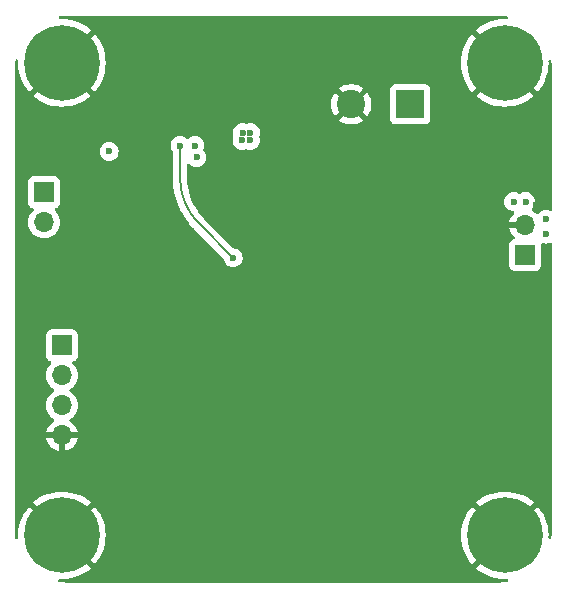
<source format=gbr>
%TF.GenerationSoftware,KiCad,Pcbnew,8.0.5*%
%TF.CreationDate,2024-09-18T15:37:43+10:00*%
%TF.ProjectId,mppt-board,6d707074-2d62-46f6-9172-642e6b696361,rev?*%
%TF.SameCoordinates,Original*%
%TF.FileFunction,Copper,L6,Bot*%
%TF.FilePolarity,Positive*%
%FSLAX46Y46*%
G04 Gerber Fmt 4.6, Leading zero omitted, Abs format (unit mm)*
G04 Created by KiCad (PCBNEW 8.0.5) date 2024-09-18 15:37:43*
%MOMM*%
%LPD*%
G01*
G04 APERTURE LIST*
%TA.AperFunction,ComponentPad*%
%ADD10C,6.400000*%
%TD*%
%TA.AperFunction,ComponentPad*%
%ADD11R,2.400000X2.400000*%
%TD*%
%TA.AperFunction,ComponentPad*%
%ADD12C,2.400000*%
%TD*%
%TA.AperFunction,ComponentPad*%
%ADD13R,1.700000X1.700000*%
%TD*%
%TA.AperFunction,ComponentPad*%
%ADD14O,1.700000X1.700000*%
%TD*%
%TA.AperFunction,ViaPad*%
%ADD15C,0.600000*%
%TD*%
%TA.AperFunction,Conductor*%
%ADD16C,0.200000*%
%TD*%
G04 APERTURE END LIST*
D10*
%TO.P,H3,1,1*%
%TO.N,GND*%
X66500000Y-94000000D03*
%TD*%
D11*
%TO.P,C2,1*%
%TO.N,Net-(D1-A)*%
X96000000Y-57500000D03*
D12*
%TO.P,C2,2*%
%TO.N,GND*%
X91000000Y-57500000D03*
%TD*%
D10*
%TO.P,H2,1,1*%
%TO.N,GND*%
X104000000Y-54000000D03*
%TD*%
D13*
%TO.P,J2,1,Pin_1*%
%TO.N,VCC*%
X66500000Y-77920000D03*
D14*
%TO.P,J2,2,Pin_2*%
%TO.N,/swclk*%
X66500000Y-80460000D03*
%TO.P,J2,3,Pin_3*%
%TO.N,/swdio*%
X66500000Y-83000000D03*
%TO.P,J2,4,Pin_4*%
%TO.N,GND*%
X66500000Y-85540000D03*
%TD*%
D13*
%TO.P,SC1,1,+*%
%TO.N,VBUS*%
X65000000Y-64960000D03*
D14*
%TO.P,SC1,2,-*%
%TO.N,Net-(SC1--)*%
X65000000Y-67500000D03*
%TD*%
D10*
%TO.P,H1,1,1*%
%TO.N,GND*%
X66500000Y-54000000D03*
%TD*%
D13*
%TO.P,J1,1,Pin_1*%
%TO.N,Net-(D1-A)*%
X105725000Y-70250000D03*
D14*
%TO.P,J1,2,Pin_2*%
%TO.N,GND*%
X105725000Y-67710000D03*
%TD*%
D10*
%TO.P,H4,1,1*%
%TO.N,GND*%
X104000000Y-94000000D03*
%TD*%
D15*
%TO.N,*%
X107500000Y-68500000D03*
X107500000Y-67250000D03*
X104750000Y-65750000D03*
X105750000Y-65750000D03*
%TO.N,GND*%
X106680000Y-60960000D03*
X88900000Y-63500000D03*
X66040000Y-60960000D03*
X98000000Y-93000000D03*
X81280000Y-96520000D03*
X87500000Y-71750000D03*
X91000000Y-55000000D03*
X66750000Y-75000000D03*
X81280000Y-81280000D03*
X106680000Y-88900000D03*
X71500000Y-53000000D03*
X85750000Y-55000000D03*
X99060000Y-91440000D03*
X93000000Y-59500000D03*
X86360000Y-50800000D03*
X81280000Y-76200000D03*
X87250000Y-73250000D03*
X70750000Y-65000000D03*
X101600000Y-88900000D03*
X89000000Y-74500000D03*
X86000000Y-72750000D03*
X106680000Y-66040000D03*
X103000000Y-80500000D03*
X71120000Y-91440000D03*
X88250000Y-57500000D03*
X93250000Y-55250000D03*
X86360000Y-66040000D03*
X66750000Y-74000000D03*
X86360000Y-96520000D03*
X86360000Y-81280000D03*
X93250000Y-57250000D03*
X70500000Y-64000000D03*
X91440000Y-66040000D03*
X67500000Y-75500000D03*
X75000000Y-58500000D03*
X89000000Y-72000000D03*
X76750000Y-72750000D03*
X86360000Y-60960000D03*
X86500000Y-55000000D03*
X97250000Y-83500000D03*
X86360000Y-86360000D03*
X81280000Y-86360000D03*
X83750000Y-64250000D03*
X88750000Y-59750000D03*
X84750000Y-65000000D03*
X74750000Y-56000000D03*
X72500000Y-71000000D03*
X93500000Y-97500000D03*
X97750000Y-80500000D03*
X76750000Y-73750000D03*
X73000000Y-51750000D03*
X101600000Y-50800000D03*
X74750000Y-57250000D03*
X71500000Y-72250000D03*
X71120000Y-55880000D03*
X73250000Y-74500000D03*
X68250000Y-75500000D03*
X88750000Y-55500000D03*
X100250000Y-80500000D03*
X71120000Y-76200000D03*
X77000000Y-59750000D03*
X69000000Y-75500000D03*
X96520000Y-66040000D03*
X74750000Y-59500000D03*
X81280000Y-91440000D03*
X87750000Y-53500000D03*
X75000000Y-97750000D03*
X86500000Y-52000000D03*
X72000000Y-65250000D03*
X84750000Y-66000000D03*
X104140000Y-88900000D03*
X76000000Y-59750000D03*
X103000000Y-75000000D03*
X71120000Y-86360000D03*
X71120000Y-81280000D03*
X96520000Y-50800000D03*
X72500000Y-70000000D03*
X91440000Y-50800000D03*
X86360000Y-91440000D03*
X99060000Y-88900000D03*
X71120000Y-50800000D03*
X86360000Y-76200000D03*
X70500000Y-96750000D03*
X78500000Y-73000000D03*
X99060000Y-96520000D03*
X91250000Y-60000000D03*
X66040000Y-71120000D03*
%TO.N,VCC*%
X81750000Y-60550000D03*
X70500000Y-61500000D03*
X82450000Y-60550000D03*
X81800000Y-59900000D03*
X82450000Y-59900000D03*
%TO.N,/V_{drop}*%
X76500000Y-61000000D03*
X81000000Y-70500000D03*
%TO.N,/swdio*%
X77900000Y-62000000D03*
%TO.N,/swclk*%
X77750000Y-61000000D03*
%TD*%
D16*
%TO.N,/V_{drop}*%
X81000000Y-70500000D02*
X78093792Y-67593792D01*
X76500000Y-63746036D02*
X76500000Y-61000000D01*
X76500000Y-63746036D02*
G75*
G03*
X78093800Y-67593784I5441600J36D01*
G01*
%TD*%
%TA.AperFunction,Conductor*%
%TO.N,GND*%
G36*
X103502702Y-50000617D02*
G01*
X103886771Y-50017386D01*
X103897504Y-50018326D01*
X104191114Y-50056980D01*
X104255009Y-50085247D01*
X104293480Y-50143571D01*
X104294311Y-50213436D01*
X104257239Y-50272659D01*
X104194033Y-50302438D01*
X104168438Y-50303749D01*
X104000002Y-50294922D01*
X103999999Y-50294922D01*
X103612712Y-50315219D01*
X103229676Y-50375886D01*
X103229669Y-50375887D01*
X102855063Y-50476262D01*
X102493005Y-50615244D01*
X102147456Y-50791310D01*
X101822206Y-51002531D01*
X101564648Y-51211095D01*
X101564648Y-51211096D01*
X103059301Y-52705748D01*
X102957670Y-52779588D01*
X102779588Y-52957670D01*
X102705748Y-53059300D01*
X101211096Y-51564648D01*
X101211095Y-51564648D01*
X101002531Y-51822206D01*
X100791310Y-52147456D01*
X100615244Y-52493005D01*
X100476262Y-52855063D01*
X100375887Y-53229669D01*
X100375886Y-53229676D01*
X100315219Y-53612712D01*
X100294922Y-53999999D01*
X100294922Y-54000000D01*
X100315219Y-54387287D01*
X100375886Y-54770323D01*
X100375887Y-54770330D01*
X100476262Y-55144936D01*
X100615244Y-55506994D01*
X100791310Y-55852543D01*
X101002531Y-56177793D01*
X101211095Y-56435350D01*
X101211096Y-56435350D01*
X102705748Y-54940698D01*
X102779588Y-55042330D01*
X102957670Y-55220412D01*
X103059300Y-55294251D01*
X101564648Y-56788903D01*
X101564649Y-56788904D01*
X101822206Y-56997468D01*
X102147456Y-57208689D01*
X102493005Y-57384755D01*
X102855063Y-57523737D01*
X103229669Y-57624112D01*
X103229676Y-57624113D01*
X103612712Y-57684780D01*
X103999999Y-57705078D01*
X104000001Y-57705078D01*
X104387287Y-57684780D01*
X104770323Y-57624113D01*
X104770330Y-57624112D01*
X105144936Y-57523737D01*
X105506994Y-57384755D01*
X105852543Y-57208689D01*
X106177783Y-56997476D01*
X106177785Y-56997475D01*
X106435349Y-56788902D01*
X104940698Y-55294251D01*
X105042330Y-55220412D01*
X105220412Y-55042330D01*
X105294251Y-54940698D01*
X106788902Y-56435349D01*
X106997475Y-56177785D01*
X106997476Y-56177783D01*
X107208689Y-55852543D01*
X107384755Y-55506994D01*
X107523737Y-55144936D01*
X107624112Y-54770330D01*
X107624113Y-54770323D01*
X107684780Y-54387287D01*
X107705078Y-54000000D01*
X107705078Y-53999999D01*
X107696250Y-53831562D01*
X107712399Y-53763584D01*
X107762736Y-53715128D01*
X107831279Y-53701579D01*
X107896267Y-53727237D01*
X107937066Y-53783958D01*
X107943019Y-53808886D01*
X107981671Y-54102472D01*
X107982614Y-54113249D01*
X107999382Y-54497297D01*
X107999500Y-54502706D01*
X107999500Y-66401928D01*
X107979815Y-66468967D01*
X107927011Y-66514722D01*
X107857853Y-66524666D01*
X107834546Y-66518970D01*
X107679257Y-66464632D01*
X107679249Y-66464630D01*
X107500004Y-66444435D01*
X107499996Y-66444435D01*
X107320750Y-66464630D01*
X107320745Y-66464631D01*
X107150476Y-66524211D01*
X106997737Y-66620184D01*
X106870181Y-66747740D01*
X106868731Y-66749559D01*
X106867497Y-66750424D01*
X106865260Y-66752662D01*
X106864867Y-66752269D01*
X106811539Y-66789695D01*
X106741728Y-66792540D01*
X106684109Y-66759921D01*
X106596078Y-66671891D01*
X106402578Y-66536399D01*
X106353774Y-66513642D01*
X106301335Y-66467470D01*
X106282183Y-66400276D01*
X106302399Y-66333395D01*
X106318489Y-66313588D01*
X106379816Y-66252262D01*
X106475789Y-66099522D01*
X106535368Y-65929255D01*
X106535369Y-65929249D01*
X106555565Y-65750003D01*
X106555565Y-65749996D01*
X106535369Y-65570750D01*
X106535368Y-65570745D01*
X106475788Y-65400476D01*
X106379815Y-65247737D01*
X106252262Y-65120184D01*
X106099523Y-65024211D01*
X105929254Y-64964631D01*
X105929249Y-64964630D01*
X105750004Y-64944435D01*
X105749996Y-64944435D01*
X105570750Y-64964630D01*
X105570737Y-64964633D01*
X105400479Y-65024209D01*
X105315971Y-65077309D01*
X105248734Y-65096309D01*
X105184029Y-65077309D01*
X105099520Y-65024209D01*
X104929262Y-64964633D01*
X104929249Y-64964630D01*
X104750004Y-64944435D01*
X104749996Y-64944435D01*
X104570750Y-64964630D01*
X104570745Y-64964631D01*
X104400476Y-65024211D01*
X104247737Y-65120184D01*
X104120184Y-65247737D01*
X104024211Y-65400476D01*
X103964631Y-65570745D01*
X103964630Y-65570750D01*
X103944435Y-65749996D01*
X103944435Y-65750003D01*
X103964630Y-65929249D01*
X103964631Y-65929254D01*
X104024211Y-66099523D01*
X104066952Y-66167544D01*
X104120184Y-66252262D01*
X104247738Y-66379816D01*
X104338080Y-66436582D01*
X104382721Y-66464632D01*
X104400478Y-66475789D01*
X104570745Y-66535368D01*
X104570750Y-66535369D01*
X104647308Y-66543994D01*
X104692073Y-66549038D01*
X104756488Y-66576104D01*
X104796043Y-66633698D01*
X104798182Y-66703535D01*
X104765873Y-66759939D01*
X104686886Y-66838926D01*
X104551400Y-67032420D01*
X104551399Y-67032422D01*
X104451570Y-67246507D01*
X104451567Y-67246513D01*
X104394364Y-67459999D01*
X104394364Y-67460000D01*
X105291988Y-67460000D01*
X105259075Y-67517007D01*
X105225000Y-67644174D01*
X105225000Y-67775826D01*
X105259075Y-67902993D01*
X105291988Y-67960000D01*
X104394364Y-67960000D01*
X104451567Y-68173486D01*
X104451570Y-68173492D01*
X104551399Y-68387578D01*
X104686894Y-68581082D01*
X104808946Y-68703134D01*
X104842431Y-68764457D01*
X104837447Y-68834149D01*
X104795575Y-68890082D01*
X104764598Y-68906997D01*
X104632671Y-68956202D01*
X104632664Y-68956206D01*
X104517455Y-69042452D01*
X104517452Y-69042455D01*
X104431206Y-69157664D01*
X104431202Y-69157671D01*
X104380908Y-69292517D01*
X104374501Y-69352116D01*
X104374500Y-69352135D01*
X104374500Y-71147870D01*
X104374501Y-71147876D01*
X104380908Y-71207483D01*
X104431202Y-71342328D01*
X104431206Y-71342335D01*
X104517452Y-71457544D01*
X104517455Y-71457547D01*
X104632664Y-71543793D01*
X104632671Y-71543797D01*
X104767517Y-71594091D01*
X104767516Y-71594091D01*
X104774444Y-71594835D01*
X104827127Y-71600500D01*
X106622872Y-71600499D01*
X106682483Y-71594091D01*
X106817331Y-71543796D01*
X106932546Y-71457546D01*
X107018796Y-71342331D01*
X107069091Y-71207483D01*
X107075500Y-71147873D01*
X107075499Y-69374313D01*
X107095184Y-69307275D01*
X107147987Y-69261520D01*
X107217146Y-69251576D01*
X107240452Y-69257272D01*
X107264154Y-69265566D01*
X107320740Y-69285367D01*
X107320750Y-69285369D01*
X107499996Y-69305565D01*
X107500000Y-69305565D01*
X107500004Y-69305565D01*
X107679249Y-69285369D01*
X107679251Y-69285368D01*
X107679255Y-69285368D01*
X107679258Y-69285366D01*
X107679262Y-69285366D01*
X107834545Y-69231030D01*
X107904324Y-69227468D01*
X107964951Y-69262196D01*
X107997179Y-69324190D01*
X107999500Y-69348071D01*
X107999500Y-93497293D01*
X107999382Y-93502702D01*
X107982614Y-93886750D01*
X107981671Y-93897527D01*
X107943019Y-94191113D01*
X107914752Y-94255009D01*
X107856428Y-94293480D01*
X107786563Y-94294311D01*
X107727340Y-94257239D01*
X107697561Y-94194033D01*
X107696250Y-94168437D01*
X107705078Y-94000000D01*
X107705078Y-93999999D01*
X107684780Y-93612712D01*
X107624113Y-93229676D01*
X107624112Y-93229669D01*
X107523737Y-92855063D01*
X107384755Y-92493005D01*
X107208689Y-92147456D01*
X106997468Y-91822206D01*
X106788904Y-91564649D01*
X106788903Y-91564648D01*
X105294251Y-93059300D01*
X105220412Y-92957670D01*
X105042330Y-92779588D01*
X104940698Y-92705748D01*
X106435350Y-91211096D01*
X106435350Y-91211095D01*
X106177793Y-91002531D01*
X105852543Y-90791310D01*
X105506994Y-90615244D01*
X105144936Y-90476262D01*
X104770330Y-90375887D01*
X104770323Y-90375886D01*
X104387287Y-90315219D01*
X104000001Y-90294922D01*
X103999999Y-90294922D01*
X103612712Y-90315219D01*
X103229676Y-90375886D01*
X103229669Y-90375887D01*
X102855063Y-90476262D01*
X102493005Y-90615244D01*
X102147456Y-90791310D01*
X101822206Y-91002531D01*
X101564648Y-91211095D01*
X101564648Y-91211096D01*
X103059301Y-92705748D01*
X102957670Y-92779588D01*
X102779588Y-92957670D01*
X102705748Y-93059300D01*
X101211096Y-91564648D01*
X101211095Y-91564648D01*
X101002531Y-91822206D01*
X100791310Y-92147456D01*
X100615244Y-92493005D01*
X100476262Y-92855063D01*
X100375887Y-93229669D01*
X100375886Y-93229676D01*
X100315219Y-93612712D01*
X100294922Y-93999999D01*
X100294922Y-94000000D01*
X100315219Y-94387287D01*
X100375886Y-94770323D01*
X100375887Y-94770330D01*
X100476262Y-95144936D01*
X100615244Y-95506994D01*
X100791310Y-95852543D01*
X101002531Y-96177793D01*
X101211095Y-96435350D01*
X101211096Y-96435350D01*
X102705748Y-94940698D01*
X102779588Y-95042330D01*
X102957670Y-95220412D01*
X103059300Y-95294251D01*
X101564648Y-96788903D01*
X101564649Y-96788904D01*
X101822206Y-96997468D01*
X102147456Y-97208689D01*
X102493005Y-97384755D01*
X102855063Y-97523737D01*
X103229669Y-97624112D01*
X103229676Y-97624113D01*
X103612712Y-97684780D01*
X103999999Y-97705078D01*
X104000001Y-97705078D01*
X104168437Y-97696250D01*
X104236415Y-97712399D01*
X104284871Y-97762736D01*
X104298420Y-97831279D01*
X104272762Y-97896267D01*
X104216041Y-97937066D01*
X104191113Y-97943019D01*
X103897527Y-97981671D01*
X103886750Y-97982614D01*
X103502703Y-97999382D01*
X103497294Y-97999500D01*
X67002706Y-97999500D01*
X66997297Y-97999382D01*
X66613249Y-97982614D01*
X66602474Y-97981671D01*
X66513376Y-97969941D01*
X66308886Y-97943019D01*
X66244990Y-97914752D01*
X66206519Y-97856428D01*
X66205688Y-97786563D01*
X66242760Y-97727340D01*
X66305966Y-97697561D01*
X66331562Y-97696250D01*
X66499999Y-97705078D01*
X66500001Y-97705078D01*
X66887287Y-97684780D01*
X67270323Y-97624113D01*
X67270330Y-97624112D01*
X67644936Y-97523737D01*
X68006994Y-97384755D01*
X68352543Y-97208689D01*
X68677783Y-96997476D01*
X68677785Y-96997475D01*
X68935349Y-96788902D01*
X67440698Y-95294251D01*
X67542330Y-95220412D01*
X67720412Y-95042330D01*
X67794251Y-94940698D01*
X69288902Y-96435349D01*
X69497475Y-96177785D01*
X69497476Y-96177783D01*
X69708689Y-95852543D01*
X69884755Y-95506994D01*
X70023737Y-95144936D01*
X70124112Y-94770330D01*
X70124113Y-94770323D01*
X70184780Y-94387287D01*
X70205078Y-94000000D01*
X70205078Y-93999999D01*
X70184780Y-93612712D01*
X70124113Y-93229676D01*
X70124112Y-93229669D01*
X70023737Y-92855063D01*
X69884755Y-92493005D01*
X69708689Y-92147456D01*
X69497468Y-91822206D01*
X69288904Y-91564649D01*
X69288903Y-91564648D01*
X67794251Y-93059300D01*
X67720412Y-92957670D01*
X67542330Y-92779588D01*
X67440698Y-92705748D01*
X68935350Y-91211096D01*
X68935350Y-91211095D01*
X68677793Y-91002531D01*
X68352543Y-90791310D01*
X68006994Y-90615244D01*
X67644936Y-90476262D01*
X67270330Y-90375887D01*
X67270323Y-90375886D01*
X66887287Y-90315219D01*
X66500001Y-90294922D01*
X66499999Y-90294922D01*
X66112712Y-90315219D01*
X65729676Y-90375886D01*
X65729669Y-90375887D01*
X65355063Y-90476262D01*
X64993005Y-90615244D01*
X64647456Y-90791310D01*
X64322206Y-91002531D01*
X64064648Y-91211095D01*
X64064648Y-91211096D01*
X65559301Y-92705748D01*
X65457670Y-92779588D01*
X65279588Y-92957670D01*
X65205748Y-93059301D01*
X63711096Y-91564648D01*
X63711095Y-91564648D01*
X63502531Y-91822206D01*
X63291310Y-92147456D01*
X63115244Y-92493005D01*
X62976262Y-92855063D01*
X62875887Y-93229669D01*
X62875886Y-93229676D01*
X62815219Y-93612712D01*
X62794922Y-93999999D01*
X62794922Y-94000001D01*
X62803749Y-94168438D01*
X62787600Y-94236415D01*
X62737263Y-94284871D01*
X62668719Y-94298420D01*
X62603732Y-94272761D01*
X62562933Y-94216040D01*
X62556981Y-94191118D01*
X62518326Y-93897504D01*
X62517386Y-93886771D01*
X62500618Y-93502702D01*
X62500500Y-93497293D01*
X62500500Y-80459999D01*
X65144341Y-80459999D01*
X65144341Y-80460000D01*
X65164936Y-80695403D01*
X65164938Y-80695413D01*
X65226094Y-80923655D01*
X65226096Y-80923659D01*
X65226097Y-80923663D01*
X65325965Y-81137830D01*
X65325967Y-81137834D01*
X65461501Y-81331395D01*
X65461506Y-81331402D01*
X65628597Y-81498493D01*
X65628603Y-81498498D01*
X65814158Y-81628425D01*
X65857783Y-81683002D01*
X65864977Y-81752500D01*
X65833454Y-81814855D01*
X65814158Y-81831575D01*
X65628597Y-81961505D01*
X65461505Y-82128597D01*
X65325965Y-82322169D01*
X65325964Y-82322171D01*
X65226098Y-82536335D01*
X65226094Y-82536344D01*
X65164938Y-82764586D01*
X65164936Y-82764596D01*
X65144341Y-82999999D01*
X65144341Y-83000000D01*
X65164936Y-83235403D01*
X65164938Y-83235413D01*
X65226094Y-83463655D01*
X65226096Y-83463659D01*
X65226097Y-83463663D01*
X65325965Y-83677830D01*
X65325967Y-83677834D01*
X65461501Y-83871395D01*
X65461506Y-83871402D01*
X65628597Y-84038493D01*
X65628603Y-84038498D01*
X65814594Y-84168730D01*
X65858219Y-84223307D01*
X65865413Y-84292805D01*
X65833890Y-84355160D01*
X65814595Y-84371880D01*
X65628922Y-84501890D01*
X65628920Y-84501891D01*
X65461891Y-84668920D01*
X65461886Y-84668926D01*
X65326400Y-84862420D01*
X65326399Y-84862422D01*
X65226570Y-85076507D01*
X65226567Y-85076513D01*
X65169364Y-85289999D01*
X65169364Y-85290000D01*
X66066988Y-85290000D01*
X66034075Y-85347007D01*
X66000000Y-85474174D01*
X66000000Y-85605826D01*
X66034075Y-85732993D01*
X66066988Y-85790000D01*
X65169364Y-85790000D01*
X65226567Y-86003486D01*
X65226570Y-86003492D01*
X65326399Y-86217578D01*
X65461894Y-86411082D01*
X65628917Y-86578105D01*
X65822421Y-86713600D01*
X66036507Y-86813429D01*
X66036516Y-86813433D01*
X66250000Y-86870634D01*
X66250000Y-85973012D01*
X66307007Y-86005925D01*
X66434174Y-86040000D01*
X66565826Y-86040000D01*
X66692993Y-86005925D01*
X66750000Y-85973012D01*
X66750000Y-86870633D01*
X66963483Y-86813433D01*
X66963492Y-86813429D01*
X67177578Y-86713600D01*
X67371082Y-86578105D01*
X67538105Y-86411082D01*
X67673600Y-86217578D01*
X67773429Y-86003492D01*
X67773432Y-86003486D01*
X67830636Y-85790000D01*
X66933012Y-85790000D01*
X66965925Y-85732993D01*
X67000000Y-85605826D01*
X67000000Y-85474174D01*
X66965925Y-85347007D01*
X66933012Y-85290000D01*
X67830636Y-85290000D01*
X67830635Y-85289999D01*
X67773432Y-85076513D01*
X67773429Y-85076507D01*
X67673600Y-84862422D01*
X67673599Y-84862420D01*
X67538113Y-84668926D01*
X67538108Y-84668920D01*
X67371078Y-84501890D01*
X67185405Y-84371879D01*
X67141780Y-84317302D01*
X67134588Y-84247804D01*
X67166110Y-84185449D01*
X67185406Y-84168730D01*
X67371401Y-84038495D01*
X67538495Y-83871401D01*
X67674035Y-83677830D01*
X67773903Y-83463663D01*
X67835063Y-83235408D01*
X67855659Y-83000000D01*
X67835063Y-82764592D01*
X67773903Y-82536337D01*
X67674035Y-82322171D01*
X67538495Y-82128599D01*
X67538494Y-82128597D01*
X67371402Y-81961506D01*
X67371396Y-81961501D01*
X67185842Y-81831575D01*
X67142217Y-81776998D01*
X67135023Y-81707500D01*
X67166546Y-81645145D01*
X67185842Y-81628425D01*
X67208026Y-81612891D01*
X67371401Y-81498495D01*
X67538495Y-81331401D01*
X67674035Y-81137830D01*
X67773903Y-80923663D01*
X67835063Y-80695408D01*
X67855659Y-80460000D01*
X67835063Y-80224592D01*
X67773903Y-79996337D01*
X67674035Y-79782171D01*
X67538495Y-79588599D01*
X67416567Y-79466671D01*
X67383084Y-79405351D01*
X67388068Y-79335659D01*
X67429939Y-79279725D01*
X67460915Y-79262810D01*
X67592331Y-79213796D01*
X67707546Y-79127546D01*
X67793796Y-79012331D01*
X67844091Y-78877483D01*
X67850500Y-78817873D01*
X67850499Y-77022128D01*
X67844091Y-76962517D01*
X67793796Y-76827669D01*
X67793795Y-76827668D01*
X67793793Y-76827664D01*
X67707547Y-76712455D01*
X67707544Y-76712452D01*
X67592335Y-76626206D01*
X67592328Y-76626202D01*
X67457482Y-76575908D01*
X67457483Y-76575908D01*
X67397883Y-76569501D01*
X67397881Y-76569500D01*
X67397873Y-76569500D01*
X67397864Y-76569500D01*
X65602129Y-76569500D01*
X65602123Y-76569501D01*
X65542516Y-76575908D01*
X65407671Y-76626202D01*
X65407664Y-76626206D01*
X65292455Y-76712452D01*
X65292452Y-76712455D01*
X65206206Y-76827664D01*
X65206202Y-76827671D01*
X65155908Y-76962517D01*
X65149501Y-77022116D01*
X65149501Y-77022123D01*
X65149500Y-77022135D01*
X65149500Y-78817870D01*
X65149501Y-78817876D01*
X65155908Y-78877483D01*
X65206202Y-79012328D01*
X65206206Y-79012335D01*
X65292452Y-79127544D01*
X65292455Y-79127547D01*
X65407664Y-79213793D01*
X65407671Y-79213797D01*
X65539081Y-79262810D01*
X65595015Y-79304681D01*
X65619432Y-79370145D01*
X65604580Y-79438418D01*
X65583430Y-79466673D01*
X65461503Y-79588600D01*
X65325965Y-79782169D01*
X65325964Y-79782171D01*
X65226098Y-79996335D01*
X65226094Y-79996344D01*
X65164938Y-80224586D01*
X65164936Y-80224596D01*
X65144341Y-80459999D01*
X62500500Y-80459999D01*
X62500500Y-67499999D01*
X63644341Y-67499999D01*
X63644341Y-67500000D01*
X63664936Y-67735403D01*
X63664938Y-67735413D01*
X63726094Y-67963655D01*
X63726096Y-67963659D01*
X63726097Y-67963663D01*
X63813211Y-68150478D01*
X63825965Y-68177830D01*
X63825967Y-68177834D01*
X63926035Y-68320745D01*
X63961505Y-68371401D01*
X64128599Y-68538495D01*
X64225384Y-68606265D01*
X64322165Y-68674032D01*
X64322167Y-68674033D01*
X64322170Y-68674035D01*
X64536337Y-68773903D01*
X64764592Y-68835063D01*
X64952918Y-68851539D01*
X64999999Y-68855659D01*
X65000000Y-68855659D01*
X65000001Y-68855659D01*
X65039234Y-68852226D01*
X65235408Y-68835063D01*
X65463663Y-68773903D01*
X65677830Y-68674035D01*
X65871401Y-68538495D01*
X66038495Y-68371401D01*
X66174035Y-68177830D01*
X66273903Y-67963663D01*
X66335063Y-67735408D01*
X66355659Y-67500000D01*
X66335063Y-67264592D01*
X66288626Y-67091285D01*
X66273905Y-67036344D01*
X66273904Y-67036343D01*
X66273903Y-67036337D01*
X66174035Y-66822171D01*
X66153287Y-66792540D01*
X66038496Y-66628600D01*
X65986000Y-66576104D01*
X65916567Y-66506671D01*
X65883084Y-66445351D01*
X65888068Y-66375659D01*
X65929939Y-66319725D01*
X65960915Y-66302810D01*
X66092331Y-66253796D01*
X66207546Y-66167546D01*
X66293796Y-66052331D01*
X66344091Y-65917483D01*
X66350500Y-65857873D01*
X66350499Y-64062128D01*
X66344091Y-64002517D01*
X66328916Y-63961832D01*
X66293797Y-63867671D01*
X66293793Y-63867664D01*
X66207547Y-63752455D01*
X66207544Y-63752452D01*
X66092335Y-63666206D01*
X66092328Y-63666202D01*
X65957482Y-63615908D01*
X65957483Y-63615908D01*
X65897883Y-63609501D01*
X65897881Y-63609500D01*
X65897873Y-63609500D01*
X65897864Y-63609500D01*
X64102129Y-63609500D01*
X64102123Y-63609501D01*
X64042516Y-63615908D01*
X63907671Y-63666202D01*
X63907664Y-63666206D01*
X63792455Y-63752452D01*
X63792452Y-63752455D01*
X63706206Y-63867664D01*
X63706202Y-63867671D01*
X63655908Y-64002517D01*
X63649501Y-64062116D01*
X63649501Y-64062123D01*
X63649500Y-64062135D01*
X63649500Y-65857870D01*
X63649501Y-65857876D01*
X63655908Y-65917483D01*
X63706202Y-66052328D01*
X63706206Y-66052335D01*
X63792452Y-66167544D01*
X63792455Y-66167547D01*
X63907664Y-66253793D01*
X63907671Y-66253797D01*
X64039081Y-66302810D01*
X64095015Y-66344681D01*
X64119432Y-66410145D01*
X64104580Y-66478418D01*
X64083430Y-66506673D01*
X63961503Y-66628600D01*
X63825965Y-66822169D01*
X63825964Y-66822171D01*
X63726098Y-67036335D01*
X63726094Y-67036344D01*
X63664938Y-67264586D01*
X63664936Y-67264596D01*
X63644341Y-67499999D01*
X62500500Y-67499999D01*
X62500500Y-61499996D01*
X69694435Y-61499996D01*
X69694435Y-61500003D01*
X69714630Y-61679249D01*
X69714631Y-61679254D01*
X69774211Y-61849523D01*
X69868760Y-61999996D01*
X69870184Y-62002262D01*
X69997738Y-62129816D01*
X70150478Y-62225789D01*
X70320745Y-62285368D01*
X70320750Y-62285369D01*
X70499996Y-62305565D01*
X70500000Y-62305565D01*
X70500004Y-62305565D01*
X70679249Y-62285369D01*
X70679252Y-62285368D01*
X70679255Y-62285368D01*
X70849522Y-62225789D01*
X71002262Y-62129816D01*
X71129816Y-62002262D01*
X71225789Y-61849522D01*
X71285368Y-61679255D01*
X71285369Y-61679249D01*
X71305565Y-61500003D01*
X71305565Y-61499996D01*
X71285369Y-61320750D01*
X71285368Y-61320745D01*
X71235860Y-61179259D01*
X71225789Y-61150478D01*
X71131235Y-60999996D01*
X75694435Y-60999996D01*
X75694435Y-61000003D01*
X75714630Y-61179249D01*
X75714631Y-61179254D01*
X75774211Y-61349523D01*
X75810556Y-61407365D01*
X75868760Y-61499996D01*
X75870185Y-61502263D01*
X75872445Y-61505097D01*
X75873334Y-61507275D01*
X75873889Y-61508158D01*
X75873734Y-61508255D01*
X75898855Y-61569783D01*
X75899500Y-61582412D01*
X75899500Y-63694667D01*
X75899490Y-63694701D01*
X75899491Y-63961832D01*
X75930283Y-64392316D01*
X75991706Y-64819512D01*
X76083446Y-65241225D01*
X76130208Y-65400478D01*
X76205040Y-65655330D01*
X76355865Y-66059702D01*
X76355868Y-66059709D01*
X76486011Y-66344681D01*
X76535152Y-66452285D01*
X76581082Y-66536399D01*
X76741987Y-66831074D01*
X76741995Y-66831087D01*
X76975307Y-67194128D01*
X76975324Y-67194152D01*
X77233957Y-67539648D01*
X77285838Y-67599522D01*
X77516587Y-67865820D01*
X77606205Y-67955438D01*
X77606216Y-67955451D01*
X77651730Y-68000965D01*
X77651735Y-68000972D01*
X77686133Y-68035368D01*
X77686135Y-68035370D01*
X80169298Y-70518534D01*
X80202783Y-70579857D01*
X80204837Y-70592331D01*
X80214630Y-70679249D01*
X80274210Y-70849521D01*
X80370184Y-71002262D01*
X80497738Y-71129816D01*
X80588080Y-71186582D01*
X80621342Y-71207482D01*
X80650478Y-71225789D01*
X80820745Y-71285368D01*
X80820750Y-71285369D01*
X80999996Y-71305565D01*
X81000000Y-71305565D01*
X81000004Y-71305565D01*
X81179249Y-71285369D01*
X81179252Y-71285368D01*
X81179255Y-71285368D01*
X81349522Y-71225789D01*
X81502262Y-71129816D01*
X81629816Y-71002262D01*
X81725789Y-70849522D01*
X81785368Y-70679255D01*
X81795162Y-70592331D01*
X81805565Y-70500003D01*
X81805565Y-70499996D01*
X81785369Y-70320750D01*
X81785368Y-70320745D01*
X81725788Y-70150476D01*
X81629815Y-69997737D01*
X81502262Y-69870184D01*
X81349521Y-69774210D01*
X81179249Y-69714630D01*
X81092331Y-69704837D01*
X81027917Y-69677770D01*
X81018534Y-69669298D01*
X78543383Y-67194148D01*
X78543381Y-67194146D01*
X78520134Y-67170898D01*
X78516761Y-67167390D01*
X78391998Y-67032422D01*
X78263690Y-66893618D01*
X78257372Y-66886220D01*
X78028075Y-66595357D01*
X78022352Y-66587481D01*
X78014750Y-66576104D01*
X77816575Y-66279512D01*
X77811498Y-66271228D01*
X77630525Y-65948079D01*
X77626106Y-65939408D01*
X77621425Y-65929255D01*
X77471042Y-65603048D01*
X77467317Y-65594053D01*
X77339118Y-65246561D01*
X77336114Y-65237318D01*
X77235572Y-64880826D01*
X77233308Y-64871395D01*
X77161041Y-64508094D01*
X77159525Y-64498520D01*
X77115986Y-64130678D01*
X77115225Y-64121006D01*
X77100596Y-63748728D01*
X77100500Y-63743859D01*
X77100500Y-62631940D01*
X77120185Y-62564901D01*
X77172989Y-62519146D01*
X77242147Y-62509202D01*
X77305703Y-62538227D01*
X77312181Y-62544259D01*
X77397738Y-62629816D01*
X77550478Y-62725789D01*
X77720745Y-62785368D01*
X77720750Y-62785369D01*
X77899996Y-62805565D01*
X77900000Y-62805565D01*
X77900004Y-62805565D01*
X78079249Y-62785369D01*
X78079252Y-62785368D01*
X78079255Y-62785368D01*
X78249522Y-62725789D01*
X78402262Y-62629816D01*
X78529816Y-62502262D01*
X78625789Y-62349522D01*
X78685368Y-62179255D01*
X78685369Y-62179249D01*
X78705565Y-62000003D01*
X78705565Y-61999996D01*
X78685369Y-61820750D01*
X78685368Y-61820745D01*
X78625789Y-61650478D01*
X78529816Y-61497738D01*
X78506467Y-61474389D01*
X78472982Y-61413066D01*
X78477106Y-61345756D01*
X78535368Y-61179255D01*
X78535369Y-61179249D01*
X78555565Y-61000003D01*
X78555565Y-60999996D01*
X78535369Y-60820750D01*
X78535368Y-60820745D01*
X78475788Y-60650476D01*
X78412652Y-60549996D01*
X80944435Y-60549996D01*
X80944435Y-60550003D01*
X80964630Y-60729249D01*
X80964631Y-60729254D01*
X81024211Y-60899523D01*
X81087347Y-61000003D01*
X81120184Y-61052262D01*
X81247738Y-61179816D01*
X81400478Y-61275789D01*
X81528955Y-61320745D01*
X81570745Y-61335368D01*
X81570750Y-61335369D01*
X81749996Y-61355565D01*
X81750000Y-61355565D01*
X81750004Y-61355565D01*
X81929249Y-61335369D01*
X81929251Y-61335368D01*
X81929255Y-61335368D01*
X81929258Y-61335366D01*
X81929262Y-61335366D01*
X82059045Y-61289953D01*
X82128824Y-61286391D01*
X82140955Y-61289953D01*
X82270737Y-61335366D01*
X82270743Y-61335367D01*
X82270745Y-61335368D01*
X82270746Y-61335368D01*
X82270750Y-61335369D01*
X82449996Y-61355565D01*
X82450000Y-61355565D01*
X82450004Y-61355565D01*
X82629249Y-61335369D01*
X82629252Y-61335368D01*
X82629255Y-61335368D01*
X82799522Y-61275789D01*
X82952262Y-61179816D01*
X83079816Y-61052262D01*
X83175789Y-60899522D01*
X83235368Y-60729255D01*
X83237016Y-60714630D01*
X83255565Y-60550003D01*
X83255565Y-60549996D01*
X83235369Y-60370750D01*
X83235368Y-60370748D01*
X83235368Y-60370745D01*
X83198698Y-60265951D01*
X83195136Y-60196177D01*
X83198692Y-60184067D01*
X83235368Y-60079255D01*
X83255565Y-59900000D01*
X83235368Y-59720745D01*
X83175789Y-59550478D01*
X83079816Y-59397738D01*
X82952262Y-59270184D01*
X82841361Y-59200500D01*
X82799523Y-59174211D01*
X82629254Y-59114631D01*
X82629249Y-59114630D01*
X82450004Y-59094435D01*
X82449996Y-59094435D01*
X82270747Y-59114631D01*
X82165954Y-59151299D01*
X82096175Y-59154860D01*
X82084046Y-59151299D01*
X81979252Y-59114631D01*
X81800004Y-59094435D01*
X81799996Y-59094435D01*
X81620750Y-59114630D01*
X81620745Y-59114631D01*
X81450476Y-59174211D01*
X81297737Y-59270184D01*
X81170184Y-59397737D01*
X81074211Y-59550476D01*
X81014631Y-59720745D01*
X81014630Y-59720750D01*
X80994435Y-59899996D01*
X80994435Y-59900003D01*
X81014631Y-60079253D01*
X81014632Y-60079257D01*
X81026299Y-60112602D01*
X81029860Y-60182381D01*
X81026299Y-60194508D01*
X80964632Y-60370742D01*
X80964630Y-60370750D01*
X80944435Y-60549996D01*
X78412652Y-60549996D01*
X78379815Y-60497737D01*
X78252262Y-60370184D01*
X78099523Y-60274211D01*
X77929254Y-60214631D01*
X77929249Y-60214630D01*
X77750004Y-60194435D01*
X77749996Y-60194435D01*
X77570750Y-60214630D01*
X77570745Y-60214631D01*
X77400476Y-60274211D01*
X77247737Y-60370184D01*
X77212681Y-60405241D01*
X77151358Y-60438726D01*
X77081666Y-60433742D01*
X77037319Y-60405241D01*
X77002262Y-60370184D01*
X76849523Y-60274211D01*
X76679254Y-60214631D01*
X76679249Y-60214630D01*
X76500004Y-60194435D01*
X76499996Y-60194435D01*
X76320750Y-60214630D01*
X76320745Y-60214631D01*
X76150476Y-60274211D01*
X75997737Y-60370184D01*
X75870184Y-60497737D01*
X75774211Y-60650476D01*
X75714631Y-60820745D01*
X75714630Y-60820750D01*
X75694435Y-60999996D01*
X71131235Y-60999996D01*
X71129816Y-60997738D01*
X71002262Y-60870184D01*
X70849523Y-60774211D01*
X70679254Y-60714631D01*
X70679249Y-60714630D01*
X70500004Y-60694435D01*
X70499996Y-60694435D01*
X70320750Y-60714630D01*
X70320745Y-60714631D01*
X70150476Y-60774211D01*
X69997737Y-60870184D01*
X69870184Y-60997737D01*
X69774211Y-61150476D01*
X69714631Y-61320745D01*
X69714630Y-61320750D01*
X69694435Y-61499996D01*
X62500500Y-61499996D01*
X62500500Y-54502706D01*
X62500618Y-54497297D01*
X62506894Y-54353553D01*
X62517386Y-54113226D01*
X62518325Y-54102497D01*
X62556981Y-53808883D01*
X62585247Y-53744990D01*
X62643571Y-53706519D01*
X62713436Y-53705688D01*
X62772659Y-53742760D01*
X62802438Y-53805966D01*
X62803749Y-53831561D01*
X62794922Y-53999998D01*
X62794922Y-54000000D01*
X62815219Y-54387287D01*
X62875886Y-54770323D01*
X62875887Y-54770330D01*
X62976262Y-55144936D01*
X63115244Y-55506994D01*
X63291310Y-55852543D01*
X63502531Y-56177793D01*
X63711095Y-56435350D01*
X63711096Y-56435350D01*
X65205747Y-54940698D01*
X65279588Y-55042330D01*
X65457670Y-55220412D01*
X65559300Y-55294251D01*
X64064648Y-56788903D01*
X64064649Y-56788904D01*
X64322206Y-56997468D01*
X64647456Y-57208689D01*
X64993005Y-57384755D01*
X65355063Y-57523737D01*
X65729669Y-57624112D01*
X65729676Y-57624113D01*
X66112712Y-57684780D01*
X66499999Y-57705078D01*
X66500001Y-57705078D01*
X66887287Y-57684780D01*
X67270323Y-57624113D01*
X67270330Y-57624112D01*
X67644936Y-57523737D01*
X67706786Y-57499995D01*
X89295233Y-57499995D01*
X89295233Y-57500004D01*
X89314273Y-57754079D01*
X89370968Y-58002477D01*
X89370973Y-58002494D01*
X89464058Y-58239671D01*
X89464057Y-58239671D01*
X89591454Y-58460327D01*
X89591461Y-58460338D01*
X89633452Y-58512991D01*
X89633453Y-58512992D01*
X90435387Y-57711058D01*
X90440889Y-57731591D01*
X90519881Y-57868408D01*
X90631592Y-57980119D01*
X90768409Y-58059111D01*
X90788940Y-58064612D01*
X89986813Y-58866738D01*
X90147616Y-58976371D01*
X90147624Y-58976376D01*
X90377176Y-59086921D01*
X90377174Y-59086921D01*
X90620652Y-59162024D01*
X90620658Y-59162026D01*
X90872595Y-59199999D01*
X90872604Y-59200000D01*
X91127396Y-59200000D01*
X91127404Y-59199999D01*
X91379341Y-59162026D01*
X91379347Y-59162024D01*
X91622824Y-59086921D01*
X91852376Y-58976376D01*
X91852377Y-58976375D01*
X92013185Y-58866738D01*
X91211060Y-58064612D01*
X91231591Y-58059111D01*
X91368408Y-57980119D01*
X91480119Y-57868408D01*
X91559111Y-57731591D01*
X91564612Y-57711059D01*
X92366544Y-58512992D01*
X92366546Y-58512991D01*
X92408544Y-58460330D01*
X92535941Y-58239671D01*
X92629026Y-58002494D01*
X92629031Y-58002477D01*
X92685726Y-57754079D01*
X92704767Y-57500004D01*
X92704767Y-57499995D01*
X92685726Y-57245920D01*
X92629031Y-56997522D01*
X92629026Y-56997505D01*
X92535941Y-56760328D01*
X92535942Y-56760328D01*
X92408545Y-56539672D01*
X92366545Y-56487006D01*
X91564612Y-57288939D01*
X91559111Y-57268409D01*
X91480119Y-57131592D01*
X91368408Y-57019881D01*
X91231591Y-56940889D01*
X91211059Y-56935387D01*
X91894310Y-56252135D01*
X94299500Y-56252135D01*
X94299500Y-58747870D01*
X94299501Y-58747876D01*
X94305908Y-58807483D01*
X94356202Y-58942328D01*
X94356206Y-58942335D01*
X94442452Y-59057544D01*
X94442455Y-59057547D01*
X94557664Y-59143793D01*
X94557671Y-59143797D01*
X94692517Y-59194091D01*
X94692516Y-59194091D01*
X94699444Y-59194835D01*
X94752127Y-59200500D01*
X97247872Y-59200499D01*
X97307483Y-59194091D01*
X97442331Y-59143796D01*
X97557546Y-59057546D01*
X97643796Y-58942331D01*
X97694091Y-58807483D01*
X97700500Y-58747873D01*
X97700499Y-56252128D01*
X97694091Y-56192517D01*
X97688599Y-56177793D01*
X97643797Y-56057671D01*
X97643793Y-56057664D01*
X97557547Y-55942455D01*
X97557544Y-55942452D01*
X97442335Y-55856206D01*
X97442328Y-55856202D01*
X97307482Y-55805908D01*
X97307483Y-55805908D01*
X97247883Y-55799501D01*
X97247881Y-55799500D01*
X97247873Y-55799500D01*
X97247864Y-55799500D01*
X94752129Y-55799500D01*
X94752123Y-55799501D01*
X94692516Y-55805908D01*
X94557671Y-55856202D01*
X94557664Y-55856206D01*
X94442455Y-55942452D01*
X94442452Y-55942455D01*
X94356206Y-56057664D01*
X94356202Y-56057671D01*
X94305908Y-56192517D01*
X94299501Y-56252116D01*
X94299501Y-56252123D01*
X94299500Y-56252135D01*
X91894310Y-56252135D01*
X92013185Y-56133260D01*
X91852384Y-56023628D01*
X91852376Y-56023623D01*
X91622823Y-55913078D01*
X91622825Y-55913078D01*
X91379347Y-55837975D01*
X91379341Y-55837973D01*
X91127404Y-55800000D01*
X90872595Y-55800000D01*
X90620658Y-55837973D01*
X90620652Y-55837975D01*
X90377175Y-55913078D01*
X90147622Y-56023625D01*
X90147609Y-56023632D01*
X89986813Y-56133259D01*
X90788941Y-56935387D01*
X90768409Y-56940889D01*
X90631592Y-57019881D01*
X90519881Y-57131592D01*
X90440889Y-57268409D01*
X90435387Y-57288941D01*
X89633452Y-56487006D01*
X89591457Y-56539667D01*
X89464058Y-56760328D01*
X89370973Y-56997505D01*
X89370968Y-56997522D01*
X89314273Y-57245920D01*
X89295233Y-57499995D01*
X67706786Y-57499995D01*
X68006994Y-57384755D01*
X68352543Y-57208689D01*
X68677783Y-56997476D01*
X68677785Y-56997475D01*
X68935349Y-56788902D01*
X67440698Y-55294251D01*
X67542330Y-55220412D01*
X67720412Y-55042330D01*
X67794251Y-54940698D01*
X69288902Y-56435349D01*
X69497475Y-56177785D01*
X69497476Y-56177783D01*
X69708689Y-55852543D01*
X69884755Y-55506994D01*
X70023737Y-55144936D01*
X70124112Y-54770330D01*
X70124113Y-54770323D01*
X70184780Y-54387287D01*
X70205078Y-54000000D01*
X70205078Y-53999999D01*
X70184780Y-53612712D01*
X70124113Y-53229676D01*
X70124112Y-53229669D01*
X70023737Y-52855063D01*
X69884755Y-52493005D01*
X69708689Y-52147456D01*
X69497468Y-51822206D01*
X69288904Y-51564649D01*
X69288903Y-51564648D01*
X67794251Y-53059300D01*
X67720412Y-52957670D01*
X67542330Y-52779588D01*
X67440698Y-52705747D01*
X68935350Y-51211096D01*
X68935350Y-51211095D01*
X68677793Y-51002531D01*
X68352543Y-50791310D01*
X68006994Y-50615244D01*
X67644936Y-50476262D01*
X67270330Y-50375887D01*
X67270323Y-50375886D01*
X66887287Y-50315219D01*
X66500001Y-50294922D01*
X66499998Y-50294922D01*
X66331561Y-50303749D01*
X66263584Y-50287600D01*
X66215128Y-50237263D01*
X66201579Y-50168719D01*
X66227238Y-50103732D01*
X66283959Y-50062933D01*
X66308879Y-50056981D01*
X66602497Y-50018325D01*
X66613226Y-50017386D01*
X66997297Y-50000617D01*
X67002706Y-50000500D01*
X67065892Y-50000500D01*
X103434108Y-50000500D01*
X103497294Y-50000500D01*
X103502702Y-50000617D01*
G37*
%TD.AperFunction*%
%TD*%
M02*

</source>
